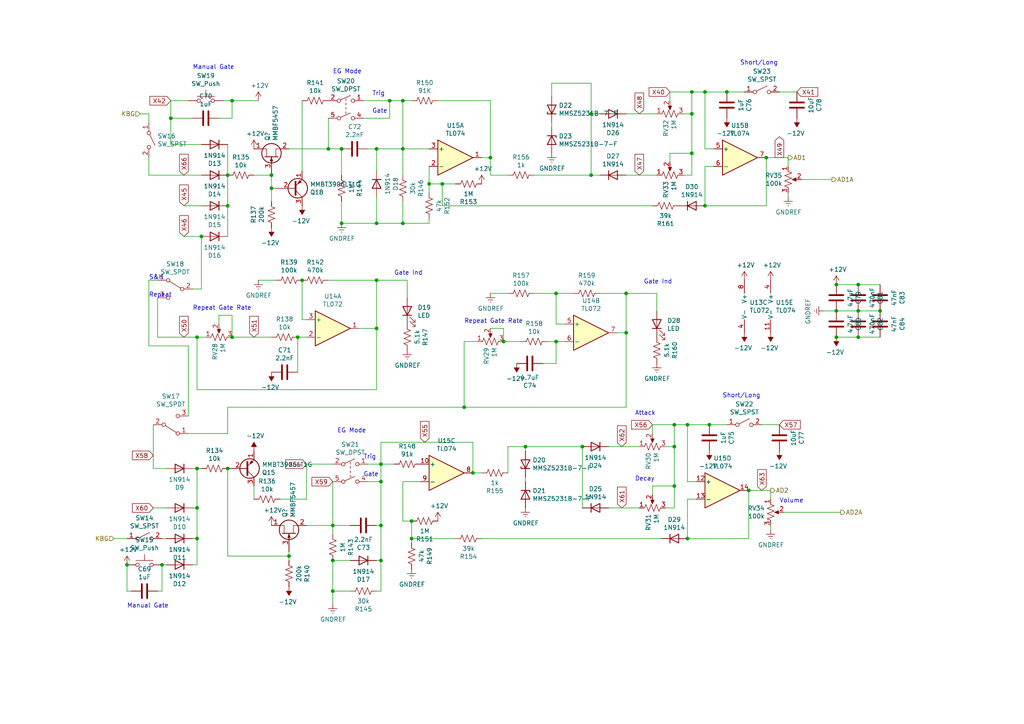
<source format=kicad_sch>
(kicad_sch (version 20230121) (generator eeschema)
  (paper "A4")
  (junction (at 96.52 162.56))
  (junction (at 57.15 135.89))
  (junction (at 96.52 152.4))
  (junction (at 195.58 129.54))
  (junction (at 57.15 97.79))
  (junction (at 99.06 64.77))
  (junction (at 199.39 156.21))
  (junction (at 113.03 29.21))
  (junction (at 128.27 53.34))
  (junction (at 210.82 26.67))
  (junction (at 109.22 43.18))
  (junction (at 217.17 142.24))
  (junction (at 57.15 156.21))
  (junction (at 168.91 129.54))
  (junction (at 204.47 59.69))
  (junction (at 248.92 82.55))
  (junction (at 109.22 64.77))
  (junction (at 181.61 85.09))
  (junction (at 205.74 123.19))
  (junction (at 83.82 161.29))
  (junction (at 146.05 99.06))
  (junction (at 87.63 81.28))
  (junction (at 66.04 59.69))
  (junction (at 110.49 162.56))
  (junction (at 222.25 45.72))
  (junction (at 99.06 43.18))
  (junction (at 110.49 134.62))
  (junction (at 86.36 97.79))
  (junction (at 66.04 135.89))
  (junction (at 109.22 81.28))
  (junction (at 95.25 43.18))
  (junction (at 161.29 85.09))
  (junction (at 110.49 139.7))
  (junction (at 78.74 50.8))
  (junction (at 116.84 64.77))
  (junction (at 134.62 118.11))
  (junction (at 96.52 171.45))
  (junction (at 67.31 29.21))
  (junction (at 46.99 163.83))
  (junction (at 171.45 33.02))
  (junction (at 57.15 147.32))
  (junction (at 142.24 45.72))
  (junction (at 152.4 129.54))
  (junction (at 116.84 43.18))
  (junction (at 67.31 97.79))
  (junction (at 119.38 156.21))
  (junction (at 242.57 82.55))
  (junction (at 255.27 90.17))
  (junction (at 119.38 151.13))
  (junction (at 204.47 26.67))
  (junction (at 58.42 68.58))
  (junction (at 36.83 163.83))
  (junction (at 161.29 99.06))
  (junction (at 181.61 96.52))
  (junction (at 110.49 152.4))
  (junction (at 200.66 44.45))
  (junction (at 195.58 140.97))
  (junction (at 116.84 29.21))
  (junction (at 78.74 54.61))
  (junction (at 137.16 137.16))
  (junction (at 199.39 123.19))
  (junction (at 248.92 90.17))
  (junction (at 242.57 97.79))
  (junction (at 242.57 90.17))
  (junction (at 195.58 123.19))
  (junction (at 124.46 53.34))
  (junction (at 200.66 33.02))
  (junction (at 248.92 97.79))
  (junction (at 109.22 95.25))
  (junction (at 200.66 26.67))
  (junction (at 171.45 50.8))
  (junction (at 66.04 50.8))
  (junction (at 49.53 34.29))
  (wire (pts (xy 67.31 97.79) (xy 78.74 97.79)))
  (wire (pts (xy 217.17 142.24) (xy 223.52 142.24)))
  (wire (pts (xy 66.04 118.11) (xy 134.62 118.11)))
  (wire (pts (xy 147.32 129.54) (xy 152.4 129.54)))
  (wire (pts (xy 88.9 144.78) (xy 88.9 134.62)))
  (wire (pts (xy 87.63 81.28) (xy 87.63 92.71)))
  (wire (pts (xy 110.49 128.27) (xy 137.16 128.27)))
  (wire (pts (xy 226.06 26.67) (xy 231.14 26.67)))
  (wire (pts (xy 173.99 50.8) (xy 171.45 50.8)))
  (wire (pts (xy 80.01 54.61) (xy 78.74 54.61)))
  (wire (pts (xy 205.74 123.19) (xy 210.82 123.19)))
  (wire (pts (xy 110.49 134.62) (xy 110.49 128.27)))
  (wire (pts (xy 204.47 48.26) (xy 207.01 48.26)))
  (wire (pts (xy 96.52 152.4) (xy 101.6 152.4)))
  (wire (pts (xy 134.62 118.11) (xy 134.62 99.06)))
  (wire (pts (xy 217.17 156.21) (xy 217.17 142.24)))
  (wire (pts (xy 64.77 29.21) (xy 67.31 29.21)))
  (wire (pts (xy 67.31 29.21) (xy 67.31 34.29)))
  (wire (pts (xy 127 29.21) (xy 142.24 29.21)))
  (wire (pts (xy 116.84 29.21) (xy 116.84 43.18)))
  (wire (pts (xy 96.52 139.7) (xy 96.52 152.4)))
  (wire (pts (xy 87.63 49.53) (xy 87.63 29.21)))
  (wire (pts (xy 106.68 139.7) (xy 110.49 139.7)))
  (wire (pts (xy 152.4 129.54) (xy 168.91 129.54)))
  (wire (pts (xy 67.31 91.44) (xy 63.5 91.44)))
  (wire (pts (xy 55.88 156.21) (xy 57.15 156.21)))
  (wire (pts (xy 228.6 45.72) (xy 228.6 48.26)))
  (wire (pts (xy 179.07 96.52) (xy 181.61 96.52)))
  (wire (pts (xy 113.03 34.29) (xy 113.03 29.21)))
  (wire (pts (xy 118.11 81.28) (xy 109.22 81.28)))
  (wire (pts (xy 152.4 139.7) (xy 152.4 138.43)))
  (wire (pts (xy 55.88 163.83) (xy 57.15 163.83)))
  (wire (pts (xy 181.61 50.8) (xy 190.5 50.8)))
  (wire (pts (xy 157.48 105.41) (xy 161.29 105.41)))
  (wire (pts (xy 194.31 44.45) (xy 200.66 44.45)))
  (wire (pts (xy 83.82 161.29) (xy 83.82 160.02)))
  (wire (pts (xy 66.04 50.8) (xy 66.04 59.69)))
  (wire (pts (xy 161.29 93.98) (xy 161.29 85.09)))
  (wire (pts (xy 66.04 125.73) (xy 66.04 118.11)))
  (wire (pts (xy 44.45 147.32) (xy 48.26 147.32)))
  (wire (pts (xy 204.47 26.67) (xy 200.66 26.67)))
  (wire (pts (xy 195.58 129.54) (xy 195.58 123.19)))
  (wire (pts (xy 73.66 50.8) (xy 78.74 50.8)))
  (wire (pts (xy 199.39 156.21) (xy 199.39 144.78)))
  (wire (pts (xy 109.22 43.18) (xy 116.84 43.18)))
  (wire (pts (xy 106.68 134.62) (xy 110.49 134.62)))
  (wire (pts (xy 109.22 152.4) (xy 110.49 152.4)))
  (wire (pts (xy 109.22 113.03) (xy 109.22 95.25)))
  (wire (pts (xy 161.29 99.06) (xy 163.83 99.06)))
  (wire (pts (xy 154.94 85.09) (xy 161.29 85.09)))
  (wire (pts (xy 137.16 137.16) (xy 139.7 137.16)))
  (wire (pts (xy 96.52 171.45) (xy 96.52 175.26)))
  (wire (pts (xy 109.22 95.25) (xy 109.22 81.28)))
  (wire (pts (xy 78.74 50.8) (xy 78.74 54.61)))
  (wire (pts (xy 142.24 85.09) (xy 147.32 85.09)))
  (wire (pts (xy 67.31 29.21) (xy 74.93 29.21)))
  (wire (pts (xy 152.4 130.81) (xy 152.4 129.54)))
  (wire (pts (xy 248.92 90.17) (xy 255.27 90.17)))
  (wire (pts (xy 116.84 43.18) (xy 124.46 43.18)))
  (wire (pts (xy 43.18 100.33) (xy 43.18 81.28)))
  (wire (pts (xy 83.82 161.29) (xy 66.04 161.29)))
  (wire (pts (xy 73.66 144.78) (xy 73.66 140.97)))
  (wire (pts (xy 110.49 162.56) (xy 110.49 171.45)))
  (wire (pts (xy 160.02 27.94) (xy 160.02 24.13)))
  (wire (pts (xy 38.1 171.45) (xy 36.83 171.45)))
  (wire (pts (xy 228.6 57.15) (xy 228.6 55.88)))
  (wire (pts (xy 87.63 92.71) (xy 88.9 92.71)))
  (wire (pts (xy 176.53 129.54) (xy 185.42 129.54)))
  (wire (pts (xy 45.72 171.45) (xy 46.99 171.45)))
  (wire (pts (xy 58.42 59.69) (xy 53.34 59.69)))
  (wire (pts (xy 110.49 134.62) (xy 114.3 134.62)))
  (wire (pts (xy 181.61 85.09) (xy 173.99 85.09)))
  (wire (pts (xy 181.61 33.02) (xy 190.5 33.02)))
  (wire (pts (xy 83.82 43.18) (xy 95.25 43.18)))
  (wire (pts (xy 109.22 81.28) (xy 95.25 81.28)))
  (wire (pts (xy 200.66 33.02) (xy 200.66 26.67)))
  (wire (pts (xy 43.18 81.28) (xy 45.72 81.28)))
  (wire (pts (xy 199.39 156.21) (xy 217.17 156.21)))
  (wire (pts (xy 146.05 99.06) (xy 151.13 99.06)))
  (wire (pts (xy 45.72 86.36) (xy 45.72 97.79)))
  (wire (pts (xy 195.58 123.19) (xy 189.23 123.19)))
  (wire (pts (xy 110.49 152.4) (xy 110.49 162.56)))
  (wire (pts (xy 57.15 135.89) (xy 57.15 147.32)))
  (wire (pts (xy 171.45 33.02) (xy 171.45 50.8)))
  (wire (pts (xy 142.24 29.21) (xy 142.24 45.72)))
  (wire (pts (xy 66.04 68.58) (xy 66.04 59.69)))
  (wire (pts (xy 96.52 162.56) (xy 96.52 171.45)))
  (wire (pts (xy 116.84 139.7) (xy 121.92 139.7)))
  (wire (pts (xy 200.66 50.8) (xy 198.12 50.8)))
  (wire (pts (xy 55.88 135.89) (xy 57.15 135.89)))
  (wire (pts (xy 201.93 139.7) (xy 199.39 139.7)))
  (wire (pts (xy 88.9 152.4) (xy 96.52 152.4)))
  (wire (pts (xy 199.39 123.19) (xy 195.58 123.19)))
  (wire (pts (xy 142.24 45.72) (xy 139.7 45.72)))
  (wire (pts (xy 116.84 64.77) (xy 124.46 64.77)))
  (wire (pts (xy 204.47 59.69) (xy 204.47 48.26)))
  (wire (pts (xy 161.29 85.09) (xy 166.37 85.09)))
  (wire (pts (xy 160.02 24.13) (xy 171.45 24.13)))
  (wire (pts (xy 189.23 140.97) (xy 195.58 140.97)))
  (wire (pts (xy 33.02 156.21) (xy 36.83 156.21)))
  (wire (pts (xy 161.29 105.41) (xy 161.29 99.06)))
  (wire (pts (xy 181.61 96.52) (xy 181.61 118.11)))
  (wire (pts (xy 194.31 26.67) (xy 194.31 29.21)))
  (wire (pts (xy 132.08 156.21) (xy 119.38 156.21)))
  (wire (pts (xy 110.49 152.4) (xy 110.49 139.7)))
  (wire (pts (xy 109.22 64.77) (xy 116.84 64.77)))
  (wire (pts (xy 200.66 44.45) (xy 200.66 33.02)))
  (wire (pts (xy 99.06 58.42) (xy 99.06 64.77)))
  (wire (pts (xy 57.15 113.03) (xy 109.22 113.03)))
  (wire (pts (xy 116.84 29.21) (xy 119.38 29.21)))
  (wire (pts (xy 67.31 97.79) (xy 67.31 91.44)))
  (wire (pts (xy 171.45 50.8) (xy 154.94 50.8)))
  (wire (pts (xy 195.58 147.32) (xy 193.04 147.32)))
  (wire (pts (xy 106.68 43.18) (xy 109.22 43.18)))
  (wire (pts (xy 46.99 171.45) (xy 46.99 163.83)))
  (wire (pts (xy 101.6 171.45) (xy 96.52 171.45)))
  (wire (pts (xy 199.39 139.7) (xy 199.39 123.19)))
  (wire (pts (xy 220.98 123.19) (xy 226.06 123.19)))
  (wire (pts (xy 204.47 59.69) (xy 222.25 59.69)))
  (wire (pts (xy 105.41 29.21) (xy 113.03 29.21)))
  (wire (pts (xy 49.53 29.21) (xy 49.53 34.29)))
  (wire (pts (xy 116.84 139.7) (xy 116.84 151.13)))
  (wire (pts (xy 199.39 123.19) (xy 205.74 123.19)))
  (wire (pts (xy 171.45 24.13) (xy 171.45 33.02)))
  (wire (pts (xy 124.46 63.5) (xy 124.46 64.77)))
  (wire (pts (xy 58.42 41.91) (xy 49.53 41.91)))
  (wire (pts (xy 95.25 34.29) (xy 95.25 43.18)))
  (wire (pts (xy 74.93 81.28) (xy 80.01 81.28)))
  (wire (pts (xy 105.41 34.29) (xy 113.03 34.29)))
  (wire (pts (xy 168.91 147.32) (xy 168.91 129.54)))
  (wire (pts (xy 119.38 151.13) (xy 116.84 151.13)))
  (wire (pts (xy 45.72 97.79) (xy 57.15 97.79)))
  (wire (pts (xy 176.53 147.32) (xy 185.42 147.32)))
  (wire (pts (xy 222.25 45.72) (xy 228.6 45.72)))
  (wire (pts (xy 95.25 43.18) (xy 99.06 43.18)))
  (wire (pts (xy 57.15 135.89) (xy 58.42 135.89)))
  (wire (pts (xy 54.61 100.33) (xy 43.18 100.33)))
  (wire (pts (xy 242.57 82.55) (xy 248.92 82.55)))
  (wire (pts (xy 227.33 148.59) (xy 243.84 148.59)))
  (wire (pts (xy 142.24 95.25) (xy 146.05 95.25)))
  (wire (pts (xy 48.26 156.21) (xy 46.99 156.21)))
  (wire (pts (xy 232.41 52.07) (xy 241.3 52.07)))
  (wire (pts (xy 66.04 41.91) (xy 66.04 50.8)))
  (wire (pts (xy 63.5 34.29) (xy 67.31 34.29)))
  (wire (pts (xy 54.61 120.65) (xy 54.61 100.33)))
  (wire (pts (xy 43.18 33.02) (xy 43.18 35.56)))
  (wire (pts (xy 110.49 139.7) (xy 110.49 134.62)))
  (wire (pts (xy 55.88 147.32) (xy 57.15 147.32)))
  (wire (pts (xy 142.24 45.72) (xy 142.24 50.8)))
  (wire (pts (xy 53.34 68.58) (xy 58.42 68.58)))
  (wire (pts (xy 142.24 50.8) (xy 147.32 50.8)))
  (wire (pts (xy 44.45 123.19) (xy 44.45 135.89)))
  (wire (pts (xy 199.39 144.78) (xy 201.93 144.78)))
  (wire (pts (xy 104.14 95.25) (xy 109.22 95.25)))
  (wire (pts (xy 158.75 99.06) (xy 161.29 99.06)))
  (wire (pts (xy 124.46 53.34) (xy 128.27 53.34)))
  (wire (pts (xy 116.84 64.77) (xy 116.84 58.42)))
  (wire (pts (xy 248.92 97.79) (xy 255.27 97.79)))
  (wire (pts (xy 147.32 137.16) (xy 147.32 129.54)))
  (wire (pts (xy 57.15 97.79) (xy 59.69 97.79)))
  (wire (pts (xy 48.26 163.83) (xy 46.99 163.83)))
  (wire (pts (xy 88.9 97.79) (xy 86.36 97.79)))
  (wire (pts (xy 83.82 162.56) (xy 83.82 161.29)))
  (wire (pts (xy 222.25 59.69) (xy 222.25 45.72)))
  (wire (pts (xy 57.15 156.21) (xy 57.15 163.83)))
  (wire (pts (xy 54.61 29.21) (xy 49.53 29.21)))
  (wire (pts (xy 78.74 54.61) (xy 78.74 58.42)))
  (wire (pts (xy 204.47 43.18) (xy 204.47 26.67)))
  (wire (pts (xy 190.5 90.17) (xy 190.5 85.09)))
  (wire (pts (xy 223.52 153.67) (xy 223.52 152.4)))
  (wire (pts (xy 55.88 83.82) (xy 58.42 83.82)))
  (wire (pts (xy 181.61 96.52) (xy 181.61 85.09)))
  (wire (pts (xy 86.36 107.95) (xy 86.36 97.79)))
  (wire (pts (xy 171.45 33.02) (xy 173.99 33.02)))
  (wire (pts (xy 101.6 162.56) (xy 96.52 162.56)))
  (wire (pts (xy 128.27 53.34) (xy 128.27 59.69)))
  (wire (pts (xy 66.04 161.29) (xy 66.04 135.89)))
  (wire (pts (xy 134.62 99.06) (xy 138.43 99.06)))
  (wire (pts (xy 195.58 140.97) (xy 195.58 129.54)))
  (wire (pts (xy 128.27 59.69) (xy 189.23 59.69)))
  (wire (pts (xy 118.11 86.36) (xy 118.11 81.28)))
  (wire (pts (xy 124.46 48.26) (xy 124.46 53.34)))
  (wire (pts (xy 36.83 171.45) (xy 36.83 163.83)))
  (wire (pts (xy 189.23 143.51) (xy 189.23 140.97)))
  (wire (pts (xy 223.52 142.24) (xy 223.52 144.78)))
  (wire (pts (xy 48.26 135.89) (xy 44.45 135.89)))
  (wire (pts (xy 163.83 93.98) (xy 161.29 93.98)))
  (wire (pts (xy 195.58 140.97) (xy 195.58 147.32)))
  (wire (pts (xy 109.22 57.15) (xy 109.22 64.77)))
  (wire (pts (xy 137.16 128.27) (xy 137.16 137.16)))
  (wire (pts (xy 242.57 97.79) (xy 248.92 97.79)))
  (wire (pts (xy 99.06 50.8) (xy 99.06 43.18)))
  (wire (pts (xy 113.03 29.21) (xy 116.84 29.21)))
  (wire (pts (xy 190.5 85.09) (xy 181.61 85.09)))
  (wire (pts (xy 124.46 53.34) (xy 124.46 55.88)))
  (wire (pts (xy 134.62 118.11) (xy 181.61 118.11)))
  (wire (pts (xy 54.61 125.73) (xy 66.04 125.73)))
  (wire (pts (xy 96.52 154.94) (xy 96.52 152.4)))
  (wire (pts (xy 204.47 26.67) (xy 210.82 26.67)))
  (wire (pts (xy 207.01 43.18) (xy 204.47 43.18)))
  (wire (pts (xy 200.66 44.45) (xy 200.66 50.8)))
  (wire (pts (xy 99.06 64.77) (xy 109.22 64.77)))
  (wire (pts (xy 210.82 26.67) (xy 215.9 26.67)))
  (wire (pts (xy 119.38 151.13) (xy 119.38 156.21)))
  (wire (pts (xy 110.49 171.45) (xy 109.22 171.45)))
  (wire (pts (xy 57.15 97.79) (xy 57.15 113.03)))
  (wire (pts (xy 146.05 95.25) (xy 146.05 99.06)))
  (wire (pts (xy 193.04 129.54) (xy 195.58 129.54)))
  (wire (pts (xy 109.22 49.53) (xy 109.22 43.18)))
  (wire (pts (xy 119.38 156.21) (xy 119.38 157.48)))
  (wire (pts (xy 81.28 144.78) (xy 88.9 144.78)))
  (wire (pts (xy 43.18 50.8) (xy 58.42 50.8)))
  (wire (pts (xy 116.84 50.8) (xy 116.84 43.18)))
  (wire (pts (xy 88.9 134.62) (xy 96.52 134.62)))
  (wire (pts (xy 198.12 33.02) (xy 200.66 33.02)))
  (wire (pts (xy 200.66 26.67) (xy 194.31 26.67)))
  (wire (pts (xy 57.15 147.32) (xy 57.15 156.21)))
  (wire (pts (xy 128.27 53.34) (xy 132.08 53.34)))
  (wire (pts (xy 160.02 36.83) (xy 160.02 35.56)))
  (wire (pts (xy 194.31 46.99) (xy 194.31 44.45)))
  (wire (pts (xy 238.76 90.17) (xy 242.57 90.17)))
  (wire (pts (xy 49.53 34.29) (xy 55.88 34.29)))
  (wire (pts (xy 58.42 83.82) (xy 58.42 68.58)))
  (wire (pts (xy 40.64 33.02) (xy 43.18 33.02)))
  (wire (pts (xy 109.22 162.56) (xy 110.49 162.56)))
  (wire (pts (xy 49.53 41.91) (xy 49.53 34.29)))
  (wire (pts (xy 43.18 45.72) (xy 43.18 50.8)))
  (wire (pts (xy 242.57 90.17) (xy 248.92 90.17)))
  (wire (pts (xy 189.23 123.19) (xy 189.23 125.73)))
  (wire (pts (xy 63.5 91.44) (xy 63.5 93.98)))
  (wire (pts (xy 248.92 82.55) (xy 255.27 82.55)))
  (wire (pts (xy 139.7 156.21) (xy 191.77 156.21)))
  (text "Gate Ind" (at 114.3 80.01 0) (effects (font (size 1.27 1.27)) (justify left bottom)))
  (text "S&H" (at 43.18 81.28 0) (effects (font (size 1.27 1.27)) (justify left bottom)))
  (text "Short/Long" (at 209.55 115.57 0) (effects (font (size 1.27 1.27)) (justify left bottom)))
  (text "Trig" (at 105.41 133.35 0) (effects (font (size 1.27 1.27)) (justify left bottom)))
  (text "Volume" (at 226.06 146.05 0) (effects (font (size 1.27 1.27)) (justify left bottom)))
  (text "Short/Long" (at 214.63 19.05 0) (effects (font (size 1.27 1.27)) (justify left bottom)))
  (text "EG Mode" (at 97.79 125.73 0) (effects (font (size 1.27 1.27)) (justify left bottom)))
  (text "Manual Gate" (at 36.83 176.53 0) (effects (font (size 1.27 1.27)) (justify left bottom)))
  (text "Gate" (at 107.95 33.02 0) (effects (font (size 1.27 1.27)) (justify left bottom)))
  (text "Decay" (at 184.15 139.7 0) (effects (font (size 1.27 1.27)) (justify left bottom)))
  (text "Repeat" (at 43.18 86.36 0) (effects (font (size 1.27 1.27)) (justify left bottom)))
  (text "Attack" (at 184.15 120.65 0) (effects (font (size 1.27 1.27)) (justify left bottom)))
  (text "Trig" (at 107.95 27.94 0) (effects (font (size 1.27 1.27)) (justify left bottom)))
  (text "Gate" (at 105.41 138.43 0) (effects (font (size 1.27 1.27)) (justify left bottom)))
  (text "Repeat Gate Rate" (at 134.62 93.98 0) (effects (font (size 1.27 1.27)) (justify left bottom)))
  (text "Manual Gate" (at 55.88 20.32 0) (effects (font (size 1.27 1.27)) (justify left bottom)))
  (text "Gate Ind" (at 186.69 82.55 0) (effects (font (size 1.27 1.27)) (justify left bottom)))
  (text "EG Mode" (at 96.52 21.59 0) (effects (font (size 1.27 1.27)) (justify left bottom)))
  (text "Repeat Gate Rate" (at 55.88 90.17 0) (effects (font (size 1.27 1.27)) (justify left bottom)))
  (global_label "X47" (shape input) (at 185.42 50.8 90) (property "Intersheetrefs" "${INTERSHEET_REFS}" (effects hide)))
  (global_label "X59" (shape input) (at 96.52 139.7 180) (property "Intersheetrefs" "${INTERSHEET_REFS}" (effects hide)))
  (global_label "X42" (shape input) (at 49.53 29.21 180) (property "Intersheetrefs" "${INTERSHEET_REFS}" (effects hide)))
  (global_label "X66" (shape input) (at 53.34 50.8 90) (property "Intersheetrefs" "${INTERSHEET_REFS}" (effects hide)))
  (global_label "X62" (shape input) (at 180.34 129.54 90) (property "Intersheetrefs" "${INTERSHEET_REFS}" (effects hide)))
  (global_label "X40" (shape input) (at 194.31 26.67 180) (property "Intersheetrefs" "${INTERSHEET_REFS}" (effects hide)))
  (global_label "X56" (shape input) (at 189.23 123.19 180) (property "Intersheetrefs" "${INTERSHEET_REFS}" (effects hide)))
  (global_label "X45" (shape input) (at 53.34 59.69 90) (property "Intersheetrefs" "${INTERSHEET_REFS}" (effects hide)))
  (global_label "X51" (shape input) (at 73.66 97.79 90) (property "Intersheetrefs" "${INTERSHEET_REFS}" (effects hide)))
  (global_label "X41" (shape input) (at 231.14 26.67 0) (property "Intersheetrefs" "${INTERSHEET_REFS}" (effects hide)))
  (global_label "X49" (shape output) (at 226.06 45.72 90) (property "Intersheetrefs" "${INTERSHEET_REFS}" (effects hide)))
  (global_label "X46" (shape input) (at 53.34 68.58 90) (property "Intersheetrefs" "${INTERSHEET_REFS}" (effects hide)))
  (global_label "X58" (shape input) (at 44.45 132.08 180) (property "Intersheetrefs" "${INTERSHEET_REFS}" (effects hide)))
  (global_label "X50" (shape input) (at 53.34 97.79 90) (property "Intersheetrefs" "${INTERSHEET_REFS}" (effects hide)))
  (global_label "X57" (shape input) (at 226.06 123.19 0) (property "Intersheetrefs" "${INTERSHEET_REFS}" (effects hide)))
  (global_label "X60" (shape input) (at 44.45 147.32 180) (property "Intersheetrefs" "${INTERSHEET_REFS}" (effects hide)))
  (global_label "X48" (shape input) (at 185.42 33.02 90) (property "Intersheetrefs" "${INTERSHEET_REFS}" (effects hide)))
  (global_label "X63" (shape input) (at 220.98 142.24 90) (property "Intersheetrefs" "${INTERSHEET_REFS}" (effects hide)))
  (global_label "X61" (shape input) (at 180.34 147.32 90) (property "Intersheetrefs" "${INTERSHEET_REFS}" (effects hide)))
  (global_label "X54" (shape input) (at 88.9 134.62 180) (property "Intersheetrefs" "${INTERSHEET_REFS}" (effects hide)))
  (global_label "X55" (shape input) (at 123.19 128.27 90) (property "Intersheetrefs" "${INTERSHEET_REFS}" (effects hide)))
  (hierarchical_label "KBG" (shape input) (at 33.02 156.21 180))
  (hierarchical_label "AD2A" (shape output) (at 243.84 148.59 0))
  (hierarchical_label "AD1" (shape output) (at 228.6 45.72 0))
  (hierarchical_label "AD1A" (shape output) (at 241.3 52.07 0))
  (hierarchical_label "KBG" (shape input) (at 40.64 33.02 180))
  (hierarchical_label "AD2" (shape output) (at 223.52 142.24 0))
  (symbol (lib_id "Amplifier_Operational:TL072") (at 218.44 88.9 0) (unit 3)
    (property "Reference" "U13" (at 217.3732 87.7316 0) (effects (justify left)))
    (property "Value" "TL072" (at 217.3732 90.043 0) (effects (justify left)))
    (property "Footprint" "Package_SO:SOP-8_3.9x4.9mm_P1.27mm" (effects hide))
    (property "Datasheet" "http://www.ti.com/lit/ds/symlink/tl071.pdf" (effects hide))
    (instances (project "SynthProj" (path "" (reference "U13") (unit 3)) (path "" (reference "U?") (unit 3))))
  )
  (symbol (lib_id "power:+12V") (at 215.9 81.28 0) (unit 1)
    (property "Reference" "#PWR0199" (effects hide))
    (property "Value" "+12V" (at 216.281 76.8858 0))
    (instances (project "SynthProj" (path "" (reference "#PWR0199") (unit 1)) (path "" (reference "#PWR?") (unit 1))))
  )
  (symbol (lib_id "power:+12V") (at 223.52 81.28 0) (unit 1)
    (property "Reference" "#PWR0201" (effects hide))
    (property "Value" "+12V" (at 223.901 76.8858 0))
    (instances (project "SynthProj" (path "" (reference "#PWR0201") (unit 1)) (path "" (reference "#PWR?") (unit 1))))
  )
  (symbol (lib_id "power:-12V") (at 223.52 96.52 180) (unit 1)
    (property "Reference" "#PWR0202" (effects hide))
    (property "Value" "-12V" (at 223.139 100.9142 0))
    (instances (project "SynthProj" (path "" (reference "#PWR0202") (unit 1)) (path "" (reference "#PWR?") (unit 1))))
  )
  (symbol (lib_id "power:-12V") (at 215.9 96.52 180) (unit 1)
    (property "Reference" "#PWR0200" (effects hide))
    (property "Value" "-12V" (at 215.519 100.9142 0))
    (instances (project "SynthProj" (path "" (reference "#PWR0200") (unit 1)) (path "" (reference "#PWR?") (unit 1))))
  )
  (symbol (lib_id "power:+12V") (at 242.57 82.55 0) (unit 1)
    (property "Reference" "#PWR0208" (effects hide))
    (property "Value" "+12V" (at 242.951 78.1558 0))
    (instances (project "SynthProj" (path "" (reference "#PWR0208") (unit 1)) (path "" (reference "#PWR?") (unit 1))))
  )
  (symbol (lib_id "power:-12V") (at 242.57 97.79 180) (unit 1)
    (property "Reference" "#PWR0209" (effects hide))
    (property "Value" "-12V" (at 242.189 102.1842 0))
    (instances (project "SynthProj" (path "" (reference "#PWR0209") (unit 1)) (path "" (reference "#PWR?") (unit 1))))
  )
  (symbol (lib_id "power:GNDREF") (at 238.76 90.17 270) (unit 1)
    (property "Reference" "#PWR0207" (effects hide))
    (property "Value" "GNDREF" (at 234.3658 90.297 0))
    (instances (project "SynthProj" (path "" (reference "#PWR0207") (unit 1)) (path "" (reference "#PWR?") (unit 1))))
  )
  (symbol (lib_id "Device:C") (at 242.57 86.36 180) (unit 1)
    (property "Reference" "C79" (at 248.9708 86.36 90))
    (property "Value" "4.7uF" (at 246.6594 86.36 90))
    (property "Footprint" "Capacitor_SMD:C_0805_2012Metric" (effects hide))
    (instances (project "SynthProj" (path "" (reference "C79") (unit 1)) (path "" (reference "C?") (unit 1))))
  )
  (symbol (lib_id "Device:C") (at 248.92 86.36 180) (unit 1)
    (property "Reference" "C81" (at 255.3208 86.36 90))
    (property "Value" "470nF" (at 253.0094 86.36 90))
    (property "Footprint" "Capacitor_SMD:C_0805_2012Metric" (effects hide))
    (instances (project "SynthProj" (path "" (reference "C81") (unit 1)) (path "" (reference "C?") (unit 1))))
  )
  (symbol (lib_id "Device:C") (at 255.27 86.36 180) (unit 1)
    (property "Reference" "C83" (at 261.6708 86.36 90))
    (property "Value" "47nF" (at 259.3594 86.36 90))
    (property "Footprint" "Capacitor_SMD:C_0603_1608Metric" (effects hide))
    (instances (project "SynthProj" (path "" (reference "C83") (unit 1)) (path "" (reference "C?") (unit 1))))
  )
  (symbol (lib_id "Device:C") (at 242.57 93.98 180) (unit 1)
    (property "Reference" "C80" (at 248.9708 93.98 90))
    (property "Value" "4.7uF" (at 246.6594 93.98 90))
    (property "Footprint" "Capacitor_SMD:C_0805_2012Metric" (effects hide))
    (instances (project "SynthProj" (path "" (reference "C80") (unit 1)) (path "" (reference "C?") (unit 1))))
  )
  (symbol (lib_id "Device:C") (at 248.92 93.98 180) (unit 1)
    (property "Reference" "C82" (at 255.3208 93.98 90))
    (property "Value" "470nF" (at 253.0094 93.98 90))
    (property "Footprint" "Capacitor_SMD:C_0805_2012Metric" (effects hide))
    (instances (project "SynthProj" (path "" (reference "C82") (unit 1)) (path "" (reference "C?") (unit 1))))
  )
  (symbol (lib_id "Device:C") (at 255.27 93.98 180) (unit 1)
    (property "Reference" "C84" (at 261.6708 93.98 90))
    (property "Value" "47nF" (at 259.3594 93.98 90))
    (property "Footprint" "Capacitor_SMD:C_0603_1608Metric" (effects hide))
    (instances (project "SynthProj" (path "" (reference "C84") (unit 1)) (path "" (reference "C?") (unit 1))))
  )
  (symbol (lib_id "Amplifier_Operational:TL072") (at 96.52 95.25 0) (unit 1)
    (property "Reference" "U14" (at 96.52 85.9282 0))
    (property "Value" "TL072" (at 96.52 88.2396 0))
    (property "Footprint" "Package_SO:SOP-8_3.9x4.9mm_P1.27mm" (effects hide))
    (property "Datasheet" "http://www.ti.com/lit/ds/symlink/tl071.pdf" (effects hide))
    (instances (project "SynthProj" (path "" (reference "U14") (unit 1)) (path "" (reference "U?") (unit 1))))
  )
  (symbol (lib_id "Amplifier_Operational:TL072") (at 171.45 96.52 0) (unit 2)
    (property "Reference" "U14" (at 171.45 87.1982 0))
    (property "Value" "TL072" (at 171.45 89.5096 0))
    (property "Footprint" "Package_SO:SOP-8_3.9x4.9mm_P1.27mm" (effects hide))
    (property "Datasheet" "http://www.ti.com/lit/ds/symlink/tl071.pdf" (effects hide))
    (instances (project "SynthProj" (path "" (reference "U14") (unit 2)) (path "" (reference "U?") (unit 2))))
  )
  (symbol (lib_id "Amplifier_Operational:TL074") (at 132.08 45.72 0) (unit 1)
    (property "Reference" "U15" (at 132.08 36.3982 0))
    (property "Value" "TL074" (at 132.08 38.7096 0))
    (property "Footprint" "Package_SO:SO-14_3.9x8.65mm_P1.27mm" (effects hide))
    (property "Datasheet" "http://www.ti.com/lit/ds/symlink/tl071.pdf" (effects hide))
  )
  (symbol (lib_id "Amplifier_Operational:TL074") (at 214.63 45.72 0) (unit 2)
    (property "Reference" "U15" (at 214.63 36.3982 0))
    (property "Value" "TL074" (at 214.63 38.7096 0))
    (property "Footprint" "Package_SO:SO-14_3.9x8.65mm_P1.27mm" (effects hide))
    (property "Datasheet" "http://www.ti.com/lit/ds/symlink/tl071.pdf" (effects hide))
  )
  (symbol (lib_id "Amplifier_Operational:TL074") (at 129.54 137.16 0) (unit 3)
    (property "Reference" "U15" (at 129.54 127.8382 0))
    (property "Value" "TL074" (at 129.54 130.1496 0))
    (property "Footprint" "Package_SO:SO-14_3.9x8.65mm_P1.27mm" (effects hide))
    (property "Datasheet" "http://www.ti.com/lit/ds/symlink/tl071.pdf" (effects hide))
  )
  (symbol (lib_id "Amplifier_Operational:TL074") (at 209.55 142.24 0) (unit 4)
    (property "Reference" "U15" (at 209.55 132.9182 0))
    (property "Value" "TL074" (at 209.55 135.2296 0))
    (property "Footprint" "Package_SO:SO-14_3.9x8.65mm_P1.27mm" (effects hide))
    (property "Datasheet" "http://www.ti.com/lit/ds/symlink/tl071.pdf" (effects hide))
  )
  (symbol (lib_id "Amplifier_Operational:TL074") (at 226.06 88.9 0) (unit 5)
    (property "Reference" "U15" (at 224.9932 87.7316 0) (effects (justify left)))
    (property "Value" "TL074" (at 224.9932 90.043 0) (effects (justify left)))
    (property "Footprint" "Package_SO:SO-14_3.9x8.65mm_P1.27mm" (effects hide))
    (property "Datasheet" "http://www.ti.com/lit/ds/symlink/tl071.pdf" (effects hide))
  )
  (symbol (lib_id "Switch:SW_SPST") (at 43.18 40.64 270) (unit 1)
    (property "Reference" "SW16" (at 45.6692 39.4716 90) (effects (justify left)))
    (property "Value" "SW_SPST" (at 45.6692 41.783 90) (effects (justify left)))
    (property "Footprint" "SynthProjConnectors:MTS-103-A01-T0" (effects hide))
  )
  (symbol (lib_id "Diode:1N914") (at 62.23 50.8 180) (unit 1)
    (property "Reference" "D14" (at 62.23 56.3118 0))
    (property "Value" "1N914" (at 62.23 54.0004 0))
    (property "Footprint" "Diode_SMD:D_SOD-323F" (effects hide))
    (property "Datasheet" "http://www.vishay.com/docs/85622/1n914.pdf" (effects hide))
    (instances (project "SynthProj" (path "" (reference "D14") (unit 1)) (path "" (reference "D?") (unit 1))))
  )
  (symbol (lib_id "Diode:1N914") (at 62.23 41.91 180) (unit 1)
    (property "Reference" "D13" (at 62.23 47.4218 0))
    (property "Value" "1N914" (at 62.23 45.1104 0))
    (property "Footprint" "Diode_SMD:D_SOD-323F" (effects hide))
    (property "Datasheet" "http://www.vishay.com/docs/85622/1n914.pdf" (effects hide))
    (instances (project "SynthProj" (path "" (reference "D13") (unit 1)) (path "" (reference "D?") (unit 1))))
  )
  (symbol (lib_id "Diode:1N914") (at 62.23 59.69 180) (unit 1)
    (property "Reference" "D15" (at 62.23 65.2018 0))
    (property "Value" "1N914" (at 62.23 62.8904 0))
    (property "Footprint" "Diode_SMD:D_SOD-323F" (effects hide))
    (property "Datasheet" "http://www.vishay.com/docs/85622/1n914.pdf" (effects hide))
    (instances (project "SynthProj" (path "" (reference "D15") (unit 1)) (path "" (reference "D?") (unit 1))))
  )
  (symbol (lib_id "Device:R_US") (at 69.85 50.8 270) (unit 1)
    (property "Reference" "R135" (at 69.85 45.593 90))
    (property "Value" "10k" (at 69.85 47.9044 90))
    (property "Footprint" "Resistor_SMD:R_0603_1608Metric" (effects hide))
    (instances (project "SynthProj" (path "" (reference "R135") (unit 1)) (path "" (reference "R?") (unit 1))))
  )
  (symbol (lib_id "Diode:1N914") (at 62.23 68.58 180) (unit 1)
    (property "Reference" "D16" (at 62.23 74.0918 0))
    (property "Value" "1N914" (at 62.23 71.7804 0))
    (property "Footprint" "Diode_SMD:D_SOD-323F" (effects hide))
    (property "Datasheet" "http://www.vishay.com/docs/85622/1n914.pdf" (effects hide))
    (instances (project "SynthProj" (path "" (reference "D16") (unit 1)) (path "" (reference "D?") (unit 1))))
  )
  (symbol (lib_id "Device:R_US") (at 78.74 62.23 0) (unit 1)
    (property "Reference" "R137" (at 73.533 62.23 90))
    (property "Value" "200k" (at 75.8444 62.23 90))
    (property "Footprint" "Resistor_SMD:R_0603_1608Metric" (effects hide))
    (instances (project "SynthProj" (path "" (reference "R137") (unit 1)) (path "" (reference "R?") (unit 1))))
  )
  (symbol (lib_id "Device:Q_NJFET_DSG") (at 78.74 45.72 90) (unit 1)
    (property "Reference" "Q?" (at 77.5716 40.8686 0) (effects (justify left)))
    (property "Value" "MMBF5457" (at 79.883 40.8686 0) (effects (justify left)))
    (property "Footprint" "Package_TO_SOT_SMD:SOT-23-3" (effects hide))
    (property "OGPart" "2N5457" (effects hide))
    (instances (project "SynthProj" (path "" (reference "Q?") (unit 1)) (path "" (reference "Q?") (unit 1)) (path "" (reference "Q16") (unit 1))))
  )
  (symbol (lib_id "power:-12V") (at 78.74 66.04 180) (unit 1)
    (property "Reference" "#PWR0181" (effects hide))
    (property "Value" "-12V" (at 78.359 70.4342 0))
    (instances (project "SynthProj" (path "" (reference "#PWR0181") (unit 1)) (path "" (reference "#PWR?") (unit 1))))
  )
  (symbol (lib_id "power:+12V") (at 73.66 43.18 0) (unit 1)
    (property "Reference" "#PWR0177" (effects hide))
    (property "Value" "+12V" (at 74.041 38.7858 0))
    (instances (project "SynthProj" (path "" (reference "#PWR0177") (unit 1)) (path "" (reference "#PWR?") (unit 1))))
  )
  (symbol (lib_id "Switch:SW_Push") (at 59.69 29.21 0) (unit 1)
    (property "Reference" "SW19" (at 59.69 21.971 0))
    (property "Value" "SW_Push" (at 59.69 24.2824 0))
    (property "Footprint" "Button_Switch_THT:SW_PUSH_6mm_H13mm" (effects hide))
  )
  (symbol (lib_id "Device:C") (at 59.69 34.29 270) (unit 1)
    (property "Reference" "C70" (at 59.69 27.8892 90))
    (property "Value" "1uF" (at 59.69 30.2006 90))
    (property "Footprint" "Capacitor_SMD:C_0805_2012Metric" (effects hide))
    (instances (project "SynthProj" (path "" (reference "C70") (unit 1)) (path "" (reference "C?") (unit 1))))
  )
  (symbol (lib_id "power:+12V") (at 74.93 29.21 0) (unit 1)
    (property "Reference" "#PWR0179" (effects hide))
    (property "Value" "+12V" (at 75.311 24.8158 0))
    (instances (project "SynthProj" (path "" (reference "#PWR0179") (unit 1)) (path "" (reference "#PWR?") (unit 1))))
  )
  (symbol (lib_name "SW_DPST_1") (lib_id "Switch:SW_DPST") (at 100.33 31.75 0) (unit 1)
    (property "Reference" "SW20" (at 100.33 23.495 0))
    (property "Value" "SW_DPST" (at 100.33 25.8064 0))
    (property "Footprint" "SynthProjConnectors:MTS-203-A1-T0" (effects hide))
  )
  (symbol (lib_id "Transistor_BJT:2N3906") (at 85.09 54.61 0) (mirror x) (unit 1)
    (property "Reference" "Q18" (at 89.916 55.7784 0) (effects (justify left)))
    (property "Value" "MMBT3906LT1G" (at 89.916 53.467 0) (effects (justify left)))
    (property "Footprint" "Package_TO_SOT_SMD:SOT-23-3" (effects hide))
    (property "Datasheet" "https://www.onsemi.com/pub/Collateral/2N3906-D.PDF" (effects hide))
    (instances (project "SynthProj" (path "" (reference "Q18") (unit 1)) (path "" (reference "Q?") (unit 1))))
  )
  (symbol (lib_id "power:-12V") (at 87.63 59.69 180) (unit 1)
    (property "Reference" "#PWR0185" (effects hide))
    (property "Value" "-12V" (at 87.249 64.0842 0))
    (instances (project "SynthProj" (path "" (reference "#PWR0185") (unit 1)) (path "" (reference "#PWR?") (unit 1))))
  )
  (symbol (lib_id "Device:R_US") (at 91.44 29.21 270) (unit 1)
    (property "Reference" "R141" (at 91.44 24.003 90))
    (property "Value" "10k" (at 91.44 26.3144 90))
    (property "Footprint" "Resistor_SMD:R_0603_1608Metric" (effects hide))
    (instances (project "SynthProj" (path "" (reference "R141") (unit 1)) (path "" (reference "R?") (unit 1))))
  )
  (symbol (lib_id "Device:R_US") (at 123.19 29.21 270) (unit 1)
    (property "Reference" "R150" (at 123.19 24.003 90))
    (property "Value" "91K" (at 123.19 26.3144 90))
    (property "Footprint" "Resistor_SMD:R_0603_1608Metric" (effects hide))
    (instances (project "SynthProj" (path "" (reference "R150") (unit 1)) (path "" (reference "R?") (unit 1))))
  )
  (symbol (lib_id "Device:C") (at 102.87 43.18 270) (unit 1)
    (property "Reference" "C72" (at 102.87 36.7792 90))
    (property "Value" "2.2nF" (at 102.87 39.0906 90))
    (property "Footprint" "Capacitor_SMD:C_0603_1608Metric" (effects hide))
    (instances (project "SynthProj" (path "" (reference "C72") (unit 1)) (path "" (reference "C?") (unit 1))))
  )
  (symbol (lib_id "Device:R_US") (at 151.13 50.8 270) (unit 1)
    (property "Reference" "R156" (at 151.13 45.593 90))
    (property "Value" "1k" (at 151.13 47.9044 90))
    (property "Footprint" "Resistor_SMD:R_0603_1608Metric" (effects hide))
    (instances (project "SynthProj" (path "" (reference "R156") (unit 1)) (path "" (reference "R?") (unit 1))))
  )
  (symbol (lib_id "Diode:1N914") (at 109.22 53.34 270) (unit 1)
    (property "Reference" "D18" (at 114.7318 53.34 0))
    (property "Value" "1N914" (at 112.4204 53.34 0))
    (property "Footprint" "Diode_SMD:D_SOD-323F" (effects hide))
    (property "Datasheet" "http://www.vishay.com/docs/85622/1n914.pdf" (effects hide))
    (instances (project "SynthProj" (path "" (reference "D18") (unit 1)) (path "" (reference "D?") (unit 1))))
  )
  (symbol (lib_id "Device:R_US") (at 99.06 54.61 180) (unit 1)
    (property "Reference" "R144" (at 104.267 54.61 90))
    (property "Value" "1M" (at 101.9556 54.61 90))
    (property "Footprint" "Resistor_SMD:R_0603_1608Metric" (effects hide))
    (instances (project "SynthProj" (path "" (reference "R144") (unit 1)) (path "" (reference "R?") (unit 1))))
  )
  (symbol (lib_id "Device:R_US") (at 116.84 54.61 180) (unit 1)
    (property "Reference" "R146" (at 122.047 54.61 90))
    (property "Value" "30k" (at 119.7356 54.61 90))
    (property "Footprint" "Resistor_SMD:R_0603_1608Metric" (effects hide))
    (instances (project "SynthProj" (path "" (reference "R146") (unit 1)) (path "" (reference "R?") (unit 1))))
  )
  (symbol (lib_id "power:GNDREF") (at 99.06 64.77 0) (unit 1)
    (property "Reference" "#PWR0187" (effects hide))
    (property "Value" "GNDREF" (at 99.187 69.1642 0))
    (instances (project "SynthProj" (path "" (reference "#PWR0187") (unit 1)) (path "" (reference "#PWR?") (unit 1))))
  )
  (symbol (lib_id "Device:R_US") (at 124.46 59.69 180) (unit 1)
    (property "Reference" "R152" (at 129.667 59.69 90))
    (property "Value" "47k" (at 127.3556 59.69 90))
    (property "Footprint" "Resistor_SMD:R_0603_1608Metric" (effects hide))
    (instances (project "SynthProj" (path "" (reference "R152") (unit 1)) (path "" (reference "R?") (unit 1))))
  )
  (symbol (lib_id "Device:R_US") (at 135.89 53.34 90) (unit 1)
    (property "Reference" "R153" (at 135.89 58.547 90))
    (property "Value" "1M" (at 135.89 56.2356 90))
    (property "Footprint" "Resistor_SMD:R_0603_1608Metric" (effects hide))
    (instances (project "SynthProj" (path "" (reference "R153") (unit 1)) (path "" (reference "R?") (unit 1))))
  )
  (symbol (lib_id "power:+12V") (at 139.7 53.34 0) (unit 1)
    (property "Reference" "#PWR0191" (effects hide))
    (property "Value" "+12V" (at 140.081 48.9458 0))
    (instances (project "SynthProj" (path "" (reference "#PWR0191") (unit 1)) (path "" (reference "#PWR?") (unit 1))))
  )
  (symbol (lib_id "Device:D_Zener") (at 160.02 40.64 270) (unit 1)
    (property "Reference" "D23" (at 162.052 39.4716 90) (effects (justify left)))
    (property "Value" "MMSZ5231B-7-F" (at 162.052 41.783 90) (effects (justify left)))
    (property "Footprint" "Diode_SMD:D_SOD-123" (effects hide))
  )
  (symbol (lib_id "Device:D_Zener") (at 160.02 31.75 90) (unit 1)
    (property "Reference" "D22" (at 162.052 30.5816 90) (effects (justify right)))
    (property "Value" "MMSZ5231B-7-F" (at 162.052 32.893 90) (effects (justify right)))
    (property "Footprint" "Diode_SMD:D_SOD-123" (effects hide))
  )
  (symbol (lib_id "power:GNDREF") (at 160.02 44.45 0) (unit 1)
    (property "Reference" "#PWR0195" (effects hide))
    (property "Value" "GNDREF" (at 160.147 48.8442 0))
    (instances (project "SynthProj" (path "" (reference "#PWR0195") (unit 1)) (path "" (reference "#PWR?") (unit 1))))
  )
  (symbol (lib_id "Diode:1N914") (at 177.8 33.02 180) (unit 1)
    (property "Reference" "D26" (at 177.8 38.5318 0))
    (property "Value" "1N914" (at 177.8 36.2204 0))
    (property "Footprint" "Diode_SMD:D_SOD-323F" (effects hide))
    (property "Datasheet" "http://www.vishay.com/docs/85622/1n914.pdf" (effects hide))
    (instances (project "SynthProj" (path "" (reference "D26") (unit 1)) (path "" (reference "D?") (unit 1))))
  )
  (symbol (lib_id "Diode:1N914") (at 177.8 50.8 0) (unit 1)
    (property "Reference" "D27" (at 177.8 45.2882 0))
    (property "Value" "1N914" (at 177.8 47.5996 0))
    (property "Footprint" "Diode_SMD:D_SOD-323F" (effects hide))
    (property "Datasheet" "http://www.vishay.com/docs/85622/1n914.pdf" (effects hide))
    (instances (project "SynthProj" (path "" (reference "D27") (unit 1)) (path "" (reference "D?") (unit 1))))
  )
  (symbol (lib_id "SynthProj-rescue:R_POT_US-Device") (at 194.31 50.8 90) (unit 1)
    (property "Reference" "RV33" (at 193.1416 52.5018 0) (effects (justify right)))
    (property "Value" "1M" (at 195.453 52.5018 0) (effects (justify right)))
    (property "Footprint" "Potentiometer_THT:Potentiometer_Alps_RK09K_Single_Vertical" (effects hide))
    (instances (project "SynthProj" (path "" (reference "RV33") (unit 1)) (path "" (reference "RV?") (unit 1)) (path "" (reference "RV?") (unit 1))))
  )
  (symbol (lib_id "SynthProj-rescue:R_POT_US-Device") (at 194.31 33.02 90) (unit 1)
    (property "Reference" "RV32" (at 193.1416 34.7218 0) (effects (justify right)))
    (property "Value" "1M" (at 195.453 34.7218 0) (effects (justify right)))
    (property "Footprint" "Potentiometer_THT:Potentiometer_Alps_RK09K_Single_Vertical" (effects hide))
    (instances (project "SynthProj" (path "" (reference "RV32") (unit 1)) (path "" (reference "RV?") (unit 1)) (path "" (reference "RV?") (unit 1))))
  )
  (symbol (lib_id "Device:R_US") (at 193.04 59.69 90) (unit 1)
    (property "Reference" "R161" (at 193.04 64.897 90))
    (property "Value" "39k" (at 193.04 62.5856 90))
    (property "Footprint" "Resistor_SMD:R_0603_1608Metric" (effects hide))
    (instances (project "SynthProj" (path "" (reference "R161") (unit 1)) (path "" (reference "R?") (unit 1))))
  )
  (symbol (lib_id "Diode:1N914") (at 200.66 59.69 0) (unit 1)
    (property "Reference" "D30" (at 200.66 54.1782 0))
    (property "Value" "1N914" (at 200.66 56.4896 0))
    (property "Footprint" "Diode_SMD:D_SOD-323F" (effects hide))
    (property "Datasheet" "http://www.vishay.com/docs/85622/1n914.pdf" (effects hide))
    (instances (project "SynthProj" (path "" (reference "D30") (unit 1)) (path "" (reference "D?") (unit 1))))
  )
  (symbol (lib_id "Switch:SW_SPST") (at 220.98 26.67 0) (unit 1)
    (property "Reference" "SW23" (at 220.98 20.701 0))
    (property "Value" "SW_SPST" (at 220.98 23.0124 0))
    (property "Footprint" "SynthProjConnectors:MTS-103-A01-T0" (effects hide))
  )
  (symbol (lib_id "Device:C") (at 210.82 30.48 180) (unit 1)
    (property "Reference" "C76" (at 217.2208 30.48 90))
    (property "Value" "1uF" (at 214.9094 30.48 90))
    (property "Footprint" "Capacitor_SMD:C_0805_2012Metric" (effects hide))
    (instances (project "SynthProj" (path "" (reference "C76") (unit 1)) (path "" (reference "C?") (unit 1))))
  )
  (symbol (lib_id "Device:C") (at 231.14 30.48 180) (unit 1)
    (property "Reference" "C78" (at 237.5408 30.48 90))
    (property "Value" "10uF" (at 235.2294 30.48 90))
    (property "Footprint" "Capacitor_SMD:C_0805_2012Metric" (effects hide))
    (instances (project "SynthProj" (path "" (reference "C78") (unit 1)) (path "" (reference "C?") (unit 1))))
  )
  (symbol (lib_id "power:-12V") (at 210.82 34.29 180) (unit 1)
    (property "Reference" "#PWR0198" (effects hide))
    (property "Value" "-12V" (at 210.439 38.6842 0))
    (instances (project "SynthProj" (path "" (reference "#PWR0198") (unit 1)) (path "" (reference "#PWR?") (unit 1))))
  )
  (symbol (lib_id "power:-12V") (at 231.14 34.29 180) (unit 1)
    (property "Reference" "#PWR0206" (effects hide))
    (property "Value" "-12V" (at 230.759 38.6842 0))
    (instances (project "SynthProj" (path "" (reference "#PWR0206") (unit 1)) (path "" (reference "#PWR?") (unit 1))))
  )
  (symbol (lib_id "SynthProj-rescue:R_POT_US-Device") (at 228.6 52.07 0) (unit 1)
    (property "Reference" "RV35" (at 226.8982 50.9016 0) (effects (justify right)))
    (property "Value" "100k" (at 226.8982 53.213 0) (effects (justify right)))
    (property "Footprint" "Potentiometer_THT:Potentiometer_Alps_RK09K_Single_Vertical" (effects hide))
    (instances (project "SynthProj" (path "" (reference "RV35") (unit 1)) (path "" (reference "RV?") (unit 1)) (path "" (reference "RV?") (unit 1))))
  )
  (symbol (lib_id "power:GNDREF") (at 228.6 57.15 0) (unit 1)
    (property "Reference" "#PWR0205" (effects hide))
    (property "Value" "GNDREF" (at 228.727 61.5442 0))
    (instances (project "SynthProj" (path "" (reference "#PWR0205") (unit 1)) (path "" (reference "#PWR?") (unit 1))))
  )
  (symbol (lib_id "Switch:SW_SPDT") (at 50.8 83.82 0) (mirror y) (unit 1)
    (property "Reference" "SW18" (at 50.8 76.581 0))
    (property "Value" "SW_SPDT" (at 50.8 78.8924 0))
    (property "Footprint" "SynthProjConnectors:MTS-103-A01-T0" (effects hide))
  )
  (symbol (lib_id "SynthProj-rescue:R_POT_US-Device") (at 63.5 97.79 90) (unit 1)
    (property "Reference" "RV28" (at 62.3316 99.4918 0) (effects (justify right)))
    (property "Value" "1M" (at 64.643 99.4918 0) (effects (justify right)))
    (property "Footprint" "Potentiometer_THT:Potentiometer_Alps_RK09K_Single_Vertical" (effects hide))
    (instances (project "SynthProj" (path "" (reference "RV28") (unit 1)) (path "" (reference "RV?") (unit 1)) (path "" (reference "RV?") (unit 1))))
  )
  (symbol (lib_id "Device:R_US") (at 82.55 97.79 270) (unit 1)
    (property "Reference" "R138" (at 82.55 92.583 90))
    (property "Value" "10k" (at 82.55 94.8944 90))
    (property "Footprint" "Resistor_SMD:R_0603_1608Metric" (effects hide))
    (instances (project "SynthProj" (path "" (reference "R138") (unit 1)) (path "" (reference "R?") (unit 1))))
  )
  (symbol (lib_id "Device:R_US") (at 83.82 81.28 270) (unit 1)
    (property "Reference" "R139" (at 83.82 76.073 90))
    (property "Value" "100k" (at 83.82 78.3844 90))
    (property "Footprint" "Resistor_SMD:R_0603_1608Metric" (effects hide))
    (instances (project "SynthProj" (path "" (reference "R139") (unit 1)) (path "" (reference "R?") (unit 1))))
  )
  (symbol (lib_id "Device:R_US") (at 91.44 81.28 270) (unit 1)
    (property "Reference" "R142" (at 91.44 76.073 90))
    (property "Value" "470k" (at 91.44 78.3844 90))
    (property "Footprint" "Resistor_SMD:R_0603_1608Metric" (effects hide))
    (instances (project "SynthProj" (path "" (reference "R142") (unit 1)) (path "" (reference "R?") (unit 1))))
  )
  (symbol (lib_id "power:GNDREF") (at 74.93 81.28 0) (unit 1)
    (property "Reference" "#PWR0180" (effects hide))
    (property "Value" "GNDREF" (at 75.057 85.6742 0))
    (instances (project "SynthProj" (path "" (reference "#PWR0180") (unit 1)) (path "" (reference "#PWR?") (unit 1))))
  )
  (symbol (lib_id "Device:C") (at 82.55 107.95 270) (unit 1)
    (property "Reference" "C71" (at 82.55 101.5492 90))
    (property "Value" "2.2nF" (at 82.55 103.8606 90))
    (property "Footprint" "Capacitor_SMD:C_0603_1608Metric" (effects hide))
    (instances (project "SynthProj" (path "" (reference "C71") (unit 1)) (path "" (reference "C?") (unit 1))))
  )
  (symbol (lib_id "power:-12V") (at 78.74 107.95 180) (unit 1)
    (property "Reference" "#PWR0182" (effects hide))
    (property "Value" "-12V" (at 78.359 112.3442 0))
    (instances (project "SynthProj" (path "" (reference "#PWR0182") (unit 1)) (path "" (reference "#PWR?") (unit 1))))
  )
  (symbol (lib_id "Device:LED") (at 118.11 90.17 90) (unit 1)
    (property "Reference" "D19" (at 121.1072 89.1794 90) (effects (justify right)))
    (property "Value" "LED" (at 121.1072 91.4908 90) (effects (justify right)))
    (property "Footprint" "LED_SMD:LED_0805_2012Metric" (effects hide))
  )
  (symbol (lib_id "Device:R_US") (at 118.11 97.79 180) (unit 1)
    (property "Reference" "R147" (at 123.317 97.79 90))
    (property "Value" "5.1k" (at 121.0056 97.79 90))
    (property "Footprint" "Resistor_SMD:R_0603_1608Metric" (effects hide))
    (instances (project "SynthProj" (path "" (reference "R147") (unit 1)) (path "" (reference "R?") (unit 1))))
  )
  (symbol (lib_id "power:GNDREF") (at 118.11 101.6 0) (unit 1)
    (property "Reference" "#PWR0188" (effects hide))
    (property "Value" "GNDREF" (at 118.237 105.9942 0))
    (instances (project "SynthProj" (path "" (reference "#PWR0188") (unit 1)) (path "" (reference "#PWR?") (unit 1))))
  )
  (symbol (lib_id "Switch:SW_SPDT") (at 49.53 123.19 0) (mirror x) (unit 1)
    (property "Reference" "SW17" (at 49.53 114.935 0))
    (property "Value" "SW_SPDT" (at 49.53 117.2464 0))
    (property "Footprint" "SynthProjConnectors:MTS-103-A01-T0" (effects hide))
  )
  (symbol (lib_id "Device:R_US") (at 154.94 99.06 270) (unit 1)
    (property "Reference" "R158" (at 154.94 93.853 90))
    (property "Value" "10k" (at 154.94 96.1644 90))
    (property "Footprint" "Resistor_SMD:R_0603_1608Metric" (effects hide))
    (instances (project "SynthProj" (path "" (reference "R158") (unit 1)) (path "" (reference "R?") (unit 1))))
  )
  (symbol (lib_id "SynthProj-rescue:R_POT_US-Device") (at 142.24 99.06 90) (unit 1)
    (property "Reference" "RV29" (at 141.0716 100.7618 0) (effects (justify right)))
    (property "Value" "1M" (at 143.383 100.7618 0) (effects (justify right)))
    (property "Footprint" "Potentiometer_THT:Potentiometer_Alps_RK09K_Single_Vertical" (effects hide))
    (instances (project "SynthProj" (path "" (reference "RV29") (unit 1)) (path "" (reference "RV?") (unit 1)) (path "" (reference "RV?") (unit 1))))
  )
  (symbol (lib_id "power:-12V") (at 149.86 105.41 180) (unit 1)
    (property "Reference" "#PWR0193" (effects hide))
    (property "Value" "-12V" (at 149.479 109.8042 0))
    (instances (project "SynthProj" (path "" (reference "#PWR0193") (unit 1)) (path "" (reference "#PWR?") (unit 1))))
  )
  (symbol (lib_id "Device:C") (at 153.67 105.41 90) (unit 1)
    (property "Reference" "C74" (at 153.67 111.8108 90))
    (property "Value" "4.7uF" (at 153.67 109.4994 90))
    (property "Footprint" "Capacitor_SMD:C_0805_2012Metric" (effects hide))
    (instances (project "SynthProj" (path "" (reference "C74") (unit 1)) (path "" (reference "C?") (unit 1))))
  )
  (symbol (lib_id "Device:R_US") (at 170.18 85.09 270) (unit 1)
    (property "Reference" "R159" (at 170.18 79.883 90))
    (property "Value" "470k" (at 170.18 82.1944 90))
    (property "Footprint" "Resistor_SMD:R_0603_1608Metric" (effects hide))
    (instances (project "SynthProj" (path "" (reference "R159") (unit 1)) (path "" (reference "R?") (unit 1))))
  )
  (symbol (lib_id "Device:R_US") (at 151.13 85.09 270) (unit 1)
    (property "Reference" "R157" (at 151.13 79.883 90))
    (property "Value" "100k" (at 151.13 82.1944 90))
    (property "Footprint" "Resistor_SMD:R_0603_1608Metric" (effects hide))
    (instances (project "SynthProj" (path "" (reference "R157") (unit 1)) (path "" (reference "R?") (unit 1))))
  )
  (symbol (lib_id "power:GNDREF") (at 142.24 85.09 0) (unit 1)
    (property "Reference" "#PWR0192" (effects hide))
    (property "Value" "GNDREF" (at 142.367 89.4842 0))
    (instances (project "SynthProj" (path "" (reference "#PWR0192") (unit 1)) (path "" (reference "#PWR?") (unit 1))))
  )
  (symbol (lib_id "Device:LED") (at 190.5 93.98 90) (unit 1)
    (property "Reference" "D28" (at 193.4972 92.9894 90) (effects (justify right)))
    (property "Value" "LED" (at 193.4972 95.3008 90) (effects (justify right)))
    (property "Footprint" "LED_SMD:LED_0805_2012Metric" (effects hide))
  )
  (symbol (lib_id "Device:R_US") (at 190.5 101.6 180) (unit 1)
    (property "Reference" "R160" (at 195.707 101.6 90))
    (property "Value" "5.1k" (at 193.3956 101.6 90))
    (property "Footprint" "Resistor_SMD:R_0603_1608Metric" (effects hide))
    (instances (project "SynthProj" (path "" (reference "R160") (unit 1)) (path "" (reference "R?") (unit 1))))
  )
  (symbol (lib_id "power:GNDREF") (at 190.5 105.41 0) (unit 1)
    (property "Reference" "#PWR0196" (effects hide))
    (property "Value" "GNDREF" (at 190.627 109.8042 0))
    (instances (project "SynthProj" (path "" (reference "#PWR0196") (unit 1)) (path "" (reference "#PWR?") (unit 1))))
  )
  (symbol (lib_id "Diode:1N914") (at 52.07 135.89 180) (unit 1)
    (property "Reference" "D9" (at 52.07 141.4018 0))
    (property "Value" "1N914" (at 52.07 139.0904 0))
    (property "Footprint" "Diode_SMD:D_SOD-323F" (effects hide))
    (property "Datasheet" "http://www.vishay.com/docs/85622/1n914.pdf" (effects hide))
    (instances (project "SynthProj" (path "" (reference "D9") (unit 1)) (path "" (reference "D?") (unit 1))))
  )
  (symbol (lib_id "Device:R_US") (at 62.23 135.89 270) (unit 1)
    (property "Reference" "R134" (at 62.23 130.683 90))
    (property "Value" "10k" (at 62.23 132.9944 90))
    (property "Footprint" "Resistor_SMD:R_0603_1608Metric" (effects hide))
    (instances (project "SynthProj" (path "" (reference "R134") (unit 1)) (path "" (reference "R?") (unit 1))))
  )
  (symbol (lib_id "Transistor_BJT:2N3906") (at 71.12 135.89 0) (mirror x) (unit 1)
    (property "Reference" "Q15" (at 75.946 137.0584 0) (effects (justify left)))
    (property "Value" "MMBT3906LT1G" (at 75.946 134.747 0) (effects (justify left)))
    (property "Footprint" "Package_TO_SOT_SMD:SOT-23-3" (effects hide))
    (property "Datasheet" "https://www.onsemi.com/pub/Collateral/2N3906-D.PDF" (effects hide))
    (instances (project "SynthProj" (path "" (reference "Q15") (unit 1)) (path "" (reference "Q?") (unit 1))))
  )
  (symbol (lib_id "power:-12V") (at 73.66 130.81 0) (unit 1)
    (property "Reference" "#PWR0178" (effects hide))
    (property "Value" "-12V" (at 74.041 126.4158 0))
    (instances (project "SynthProj" (path "" (reference "#PWR0178") (unit 1)) (path "" (reference "#PWR?") (unit 1))))
  )
  (symbol (lib_id "Device:R_US") (at 77.47 144.78 270) (unit 1)
    (property "Reference" "R136" (at 77.47 139.573 90))
    (property "Value" "10k" (at 77.47 141.8844 90))
    (property "Footprint" "Resistor_SMD:R_0603_1608Metric" (effects hide))
    (instances (project "SynthProj" (path "" (reference "R136") (unit 1)) (path "" (reference "R?") (unit 1))))
  )
  (symbol (lib_id "Device:R_US") (at 118.11 134.62 270) (unit 1)
    (property "Reference" "R148" (at 118.11 129.413 90))
    (property "Value" "91k" (at 118.11 131.7244 90))
    (property "Footprint" "Resistor_SMD:R_0603_1608Metric" (effects hide))
    (instances (project "SynthProj" (path "" (reference "R148") (unit 1)) (path "" (reference "R?") (unit 1))))
  )
  (symbol (lib_id "power:+12V") (at 78.74 152.4 0) (unit 1)
    (property "Reference" "#PWR0183" (effects hide))
    (property "Value" "+12V" (at 79.121 148.0058 0))
    (instances (project "SynthProj" (path "" (reference "#PWR0183") (unit 1)) (path "" (reference "#PWR?") (unit 1))))
  )
  (symbol (lib_id "Device:R_US") (at 83.82 166.37 180) (unit 1)
    (property "Reference" "R140" (at 89.027 166.37 90))
    (property "Value" "200k" (at 86.7156 166.37 90))
    (property "Footprint" "Resistor_SMD:R_0603_1608Metric" (effects hide))
    (instances (project "SynthProj" (path "" (reference "R140") (unit 1)) (path "" (reference "R?") (unit 1))))
  )
  (symbol (lib_id "power:-12V") (at 83.82 170.18 180) (unit 1)
    (property "Reference" "#PWR0184" (effects hide))
    (property "Value" "-12V" (at 83.439 174.5742 0))
    (instances (project "SynthProj" (path "" (reference "#PWR0184") (unit 1)) (path "" (reference "#PWR?") (unit 1))))
  )
  (symbol (lib_id "Diode:1N914") (at 52.07 147.32 180) (unit 1)
    (property "Reference" "D10" (at 52.07 152.8318 0))
    (property "Value" "1N914" (at 52.07 150.5204 0))
    (property "Footprint" "Diode_SMD:D_SOD-323F" (effects hide))
    (property "Datasheet" "http://www.vishay.com/docs/85622/1n914.pdf" (effects hide))
    (instances (project "SynthProj" (path "" (reference "D10") (unit 1)) (path "" (reference "D?") (unit 1))))
  )
  (symbol (lib_id "Diode:1N914") (at 52.07 156.21 180) (unit 1)
    (property "Reference" "D11" (at 52.07 161.7218 0))
    (property "Value" "1N914" (at 52.07 159.4104 0))
    (property "Footprint" "Diode_SMD:D_SOD-323F" (effects hide))
    (property "Datasheet" "http://www.vishay.com/docs/85622/1n914.pdf" (effects hide))
    (instances (project "SynthProj" (path "" (reference "D11") (unit 1)) (path "" (reference "D?") (unit 1))))
  )
  (symbol (lib_id "Diode:1N914") (at 52.07 163.83 180) (unit 1)
    (property "Reference" "D12" (at 52.07 169.3418 0))
    (property "Value" "1N914" (at 52.07 167.0304 0))
    (property "Footprint" "Diode_SMD:D_SOD-323F" (effects hide))
    (property "Datasheet" "http://www.vishay.com/docs/85622/1n914.pdf" (effects hide))
    (instances (project "SynthProj" (path "" (reference "D12") (unit 1)) (path "" (reference "D?") (unit 1))))
  )
  (symbol (lib_id "Switch:SW_SPST") (at 41.91 156.21 0) (unit 1)
    (property "Reference" "SW14" (at 41.91 150.241 0))
    (property "Value" "SW_SPST" (at 41.91 152.5524 0))
    (property "Footprint" "SynthProjConnectors:MTS-103-A01-T0" (effects hide))
  )
  (symbol (lib_id "Switch:SW_Push") (at 41.91 163.83 0) (unit 1)
    (property "Reference" "SW15" (at 41.91 156.591 0))
    (property "Value" "SW_Push" (at 41.91 158.9024 0))
    (property "Footprint" "Button_Switch_THT:SW_PUSH_6mm_H13mm" (effects hide))
  )
  (symbol (lib_id "power:+12V") (at 36.83 163.83 0) (unit 1)
    (property "Reference" "#PWR0176" (effects hide))
    (property "Value" "+12V" (at 37.211 159.4358 0))
    (instances (project "SynthProj" (path "" (reference "#PWR0176") (unit 1)) (path "" (reference "#PWR?") (unit 1))))
  )
  (symbol (lib_id "Device:C") (at 41.91 171.45 90) (mirror x) (unit 1)
    (property "Reference" "C69" (at 41.91 165.0492 90))
    (property "Value" "1uF" (at 41.91 167.3606 90))
    (property "Footprint" "Capacitor_SMD:C_0805_2012Metric" (effects hide))
    (instances (project "SynthProj" (path "" (reference "C69") (unit 1)) (path "" (reference "C?") (unit 1))))
  )
  (symbol (lib_id "Device:C") (at 105.41 152.4 90) (unit 1)
    (property "Reference" "C73" (at 105.41 158.8008 90))
    (property "Value" "2.2nF" (at 105.41 156.4894 90))
    (property "Footprint" "Capacitor_SMD:C_0603_1608Metric" (effects hide))
    (instances (project "SynthProj" (path "" (reference "C73") (unit 1)) (path "" (reference "C?") (unit 1))))
  )
  (symbol (lib_id "Device:R_US") (at 96.52 158.75 180) (unit 1)
    (property "Reference" "R143" (at 101.727 158.75 90))
    (property "Value" "1M" (at 99.4156 158.75 90))
    (property "Footprint" "Resistor_SMD:R_0603_1608Metric" (effects hide))
    (instances (project "SynthProj" (path "" (reference "R143") (unit 1)) (path "" (reference "R?") (unit 1))))
  )
  (symbol (lib_id "power:GNDREF") (at 96.52 175.26 0) (unit 1)
    (property "Reference" "#PWR0186" (effects hide))
    (property "Value" "GNDREF" (at 96.647 179.6542 0))
    (instances (project "SynthProj" (path "" (reference "#PWR0186") (unit 1)) (path "" (reference "#PWR?") (unit 1))))
  )
  (symbol (lib_id "Device:R_US") (at 119.38 161.29 180) (unit 1)
    (property "Reference" "R149" (at 124.587 161.29 90))
    (property "Value" "47k" (at 122.2756 161.29 90))
    (property "Footprint" "Resistor_SMD:R_0603_1608Metric" (effects hide))
    (instances (project "SynthProj" (path "" (reference "R149") (unit 1)) (path "" (reference "R?") (unit 1))))
  )
  (symbol (lib_id "Diode:1N914") (at 105.41 162.56 180) (unit 1)
    (property "Reference" "D17" (at 105.41 168.0718 0))
    (property "Value" "1N914" (at 105.41 165.7604 0))
    (property "Footprint" "Diode_SMD:D_SOD-323F" (effects hide))
    (property "Datasheet" "http://www.vishay.com/docs/85622/1n914.pdf" (effects hide))
    (instances (project "SynthProj" (path "" (reference "D17") (unit 1)) (path "" (reference "D?") (unit 1))))
  )
  (symbol (lib_id "Device:R_US") (at 105.41 171.45 90) (unit 1)
    (property "Reference" "R145" (at 105.41 176.657 90))
    (property "Value" "30k" (at 105.41 174.3456 90))
    (property "Footprint" "Resistor_SMD:R_0603_1608Metric" (effects hide))
    (instances (project "SynthProj" (path "" (reference "R145") (unit 1)) (path "" (reference "R?") (unit 1))))
  )
  (symbol (lib_id "Device:R_US") (at 135.89 156.21 90) (unit 1)
    (property "Reference" "R154" (at 135.89 161.417 90))
    (property "Value" "39k" (at 135.89 159.1056 90))
    (property "Footprint" "Resistor_SMD:R_0603_1608Metric" (effects hide))
    (instances (project "SynthProj" (path "" (reference "R154") (unit 1)) (path "" (reference "R?") (unit 1))))
  )
  (symbol (lib_id "Device:R_US") (at 123.19 151.13 90) (unit 1)
    (property "Reference" "R151" (at 123.19 156.337 90))
    (property "Value" "1M" (at 123.19 154.0256 90))
    (property "Footprint" "Resistor_SMD:R_0603_1608Metric" (effects hide))
    (instances (project "SynthProj" (path "" (reference "R151") (unit 1)) (path "" (reference "R?") (unit 1))))
  )
  (symbol (lib_id "power:+12V") (at 127 151.13 0) (unit 1)
    (property "Reference" "#PWR0190" (effects hide))
    (property "Value" "+12V" (at 127.381 146.7358 0))
    (instances (project "SynthProj" (path "" (reference "#PWR0190") (unit 1)) (path "" (reference "#PWR?") (unit 1))))
  )
  (symbol (lib_id "power:GNDREF") (at 119.38 165.1 0) (unit 1)
    (property "Reference" "#PWR0189" (effects hide))
    (property "Value" "GNDREF" (at 119.507 169.4942 0))
    (instances (project "SynthProj" (path "" (reference "#PWR0189") (unit 1)) (path "" (reference "#PWR?") (unit 1))))
  )
  (symbol (lib_id "Device:R_US") (at 143.51 137.16 90) (unit 1)
    (property "Reference" "R155" (at 143.51 142.367 90))
    (property "Value" "1k" (at 143.51 140.0556 90))
    (property "Footprint" "Resistor_SMD:R_0603_1608Metric" (effects hide))
    (instances (project "SynthProj" (path "" (reference "R155") (unit 1)) (path "" (reference "R?") (unit 1))))
  )
  (symbol (lib_id "Device:D_Zener") (at 152.4 143.51 270) (unit 1)
    (property "Reference" "D21" (at 154.432 142.3416 90) (effects (justify left)))
    (property "Value" "MMSZ5231B-7-F" (at 154.432 144.653 90) (effects (justify left)))
    (property "Footprint" "Diode_SMD:D_SOD-123" (effects hide))
  )
  (symbol (lib_id "Device:D_Zener") (at 152.4 134.62 90) (unit 1)
    (property "Reference" "D20" (at 154.432 133.4516 90) (effects (justify right)))
    (property "Value" "MMSZ5231B-7-F" (at 154.432 135.763 90) (effects (justify right)))
    (property "Footprint" "Diode_SMD:D_SOD-123" (effects hide))
  )
  (symbol (lib_id "power:GNDREF") (at 152.4 147.32 0) (unit 1)
    (property "Reference" "#PWR0194" (effects hide))
    (property "Value" "GNDREF" (at 152.527 151.7142 0))
    (instances (project "SynthProj" (path "" (reference "#PWR0194") (unit 1)) (path "" (reference "#PWR?") (unit 1))))
  )
  (symbol (lib_id "Diode:1N914") (at 172.72 129.54 180) (unit 1)
    (property "Reference" "D24" (at 172.72 135.0518 0))
    (property "Value" "1N914" (at 172.72 132.7404 0))
    (property "Footprint" "Diode_SMD:D_SOD-323F" (effects hide))
    (property "Datasheet" "http://www.vishay.com/docs/85622/1n914.pdf" (effects hide))
    (instances (project "SynthProj" (path "" (reference "D24") (unit 1)) (path "" (reference "D?") (unit 1))))
  )
  (symbol (lib_id "Diode:1N914") (at 172.72 147.32 0) (unit 1)
    (property "Reference" "D25" (at 172.72 141.8082 0))
    (property "Value" "1N914" (at 172.72 144.1196 0))
    (property "Footprint" "Diode_SMD:D_SOD-323F" (effects hide))
    (property "Datasheet" "http://www.vishay.com/docs/85622/1n914.pdf" (effects hide))
    (instances (project "SynthProj" (path "" (reference "D25") (unit 1)) (path "" (reference "D?") (unit 1))))
  )
  (symbol (lib_id "SynthProj-rescue:R_POT_US-Device") (at 189.23 147.32 90) (unit 1)
    (property "Reference" "RV31" (at 188.0616 149.0218 0) (effects (justify right)))
    (property "Value" "1M" (at 190.373 149.0218 0) (effects (justify right)))
    (property "Footprint" "Potentiometer_THT:Potentiometer_Alps_RK09K_Single_Vertical" (effects hide))
    (instances (project "SynthProj" (path "" (reference "RV31") (unit 1)) (path "" (reference "RV?") (unit 1)) (path "" (reference "RV?") (unit 1))))
  )
  (symbol (lib_id "SynthProj-rescue:R_POT_US-Device") (at 189.23 129.54 90) (unit 1)
    (property "Reference" "RV30" (at 188.0616 131.2418 0) (effects (justify right)))
    (property "Value" "1M" (at 190.373 131.2418 0) (effects (justify right)))
    (property "Footprint" "Potentiometer_THT:Potentiometer_Alps_RK09K_Single_Vertical" (effects hide))
    (instances (project "SynthProj" (path "" (reference "RV30") (unit 1)) (path "" (reference "RV?") (unit 1)) (path "" (reference "RV?") (unit 1))))
  )
  (symbol (lib_id "Diode:1N914") (at 195.58 156.21 0) (unit 1)
    (property "Reference" "D29" (at 195.58 150.6982 0))
    (property "Value" "1N914" (at 195.58 153.0096 0))
    (property "Footprint" "Diode_SMD:D_SOD-323F" (effects hide))
    (property "Datasheet" "http://www.vishay.com/docs/85622/1n914.pdf" (effects hide))
    (instances (project "SynthProj" (path "" (reference "D29") (unit 1)) (path "" (reference "D?") (unit 1))))
  )
  (symbol (lib_id "Switch:SW_SPST") (at 215.9 123.19 0) (unit 1)
    (property "Reference" "SW22" (at 215.9 117.221 0))
    (property "Value" "SW_SPST" (at 215.9 119.5324 0))
    (property "Footprint" "SynthProjConnectors:MTS-103-A01-T0" (effects hide))
  )
  (symbol (lib_id "Device:C") (at 205.74 127 180) (unit 1)
    (property "Reference" "C75" (at 212.1408 127 90))
    (property "Value" "1uF" (at 209.8294 127 90))
    (property "Footprint" "Capacitor_SMD:C_0805_2012Metric" (effects hide))
    (instances (project "SynthProj" (path "" (reference "C75") (unit 1)) (path "" (reference "C?") (unit 1))))
  )
  (symbol (lib_id "Device:C") (at 226.06 127 180) (unit 1)
    (property "Reference" "C77" (at 232.4608 127 90))
    (property "Value" "10uF" (at 230.1494 127 90))
    (property "Footprint" "Capacitor_SMD:C_0805_2012Metric" (effects hide))
    (instances (project "SynthProj" (path "" (reference "C77") (unit 1)) (path "" (reference "C?") (unit 1))))
  )
  (symbol (lib_id "power:-12V") (at 205.74 130.81 180) (unit 1)
    (property "Reference" "#PWR0197" (effects hide))
    (property "Value" "-12V" (at 205.359 135.2042 0))
    (instances (project "SynthProj" (path "" (reference "#PWR0197") (unit 1)) (path "" (reference "#PWR?") (unit 1))))
  )
  (symbol (lib_id "power:-12V") (at 226.06 130.81 180) (unit 1)
    (property "Reference" "#PWR0204" (effects hide))
    (property "Value" "-12V" (at 225.679 135.2042 0))
    (instances (project "SynthProj" (path "" (reference "#PWR0204") (unit 1)) (path "" (reference "#PWR?") (unit 1))))
  )
  (symbol (lib_id "SynthProj-rescue:R_POT_US-Device") (at 223.52 148.59 0) (unit 1)
    (property "Reference" "RV34" (at 221.8182 147.4216 0) (effects (justify right)))
    (property "Value" "100k" (at 221.8182 149.733 0) (effects (justify right)))
    (property "Footprint" "Potentiometer_THT:Potentiometer_Alps_RK09K_Single_Vertical" (effects hide))
    (instances (project "SynthProj" (path "" (reference "RV34") (unit 1)) (path "" (reference "RV?") (unit 1)) (path "" (reference "RV?") (unit 1))))
  )
  (symbol (lib_id "power:GNDREF") (at 223.52 153.67 0) (unit 1)
    (property "Reference" "#PWR0203" (effects hide))
    (property "Value" "GNDREF" (at 223.647 158.0642 0))
    (instances (project "SynthProj" (path "" (reference "#PWR0203") (unit 1)) (path "" (reference "#PWR?") (unit 1))))
  )
  (symbol (lib_id "Device:Q_NJFET_DSG") (at 83.82 154.94 90) (unit 1)
    (property "Reference" "Q?" (at 82.6516 150.0886 0) (effects (justify left)))
    (property "Value" "MMBF5457" (at 84.963 150.0886 0) (effects (justify left)))
    (property "Footprint" "Package_TO_SOT_SMD:SOT-23-3" (effects hide))
    (property "OGPart" "2N5457" (effects hide))
    (instances (project "SynthProj" (path "" (reference "Q?") (unit 1)) (path "" (reference "Q?") (unit 1)) (path "" (reference "Q17") (unit 1))))
  )
  (symbol (lib_name "SW_DPST_1") (lib_id "Switch:SW_DPST") (at 101.6 137.16 0) (unit 1)
    (property "Reference" "SW21" (at 101.6 128.905 0))
    (property "Value" "SW_DPST" (at 101.6 131.2164 0))
    (property "Footprint" "SynthProjConnectors:MTS-203-A1-T0" (effects hide))
  )
)
</source>
